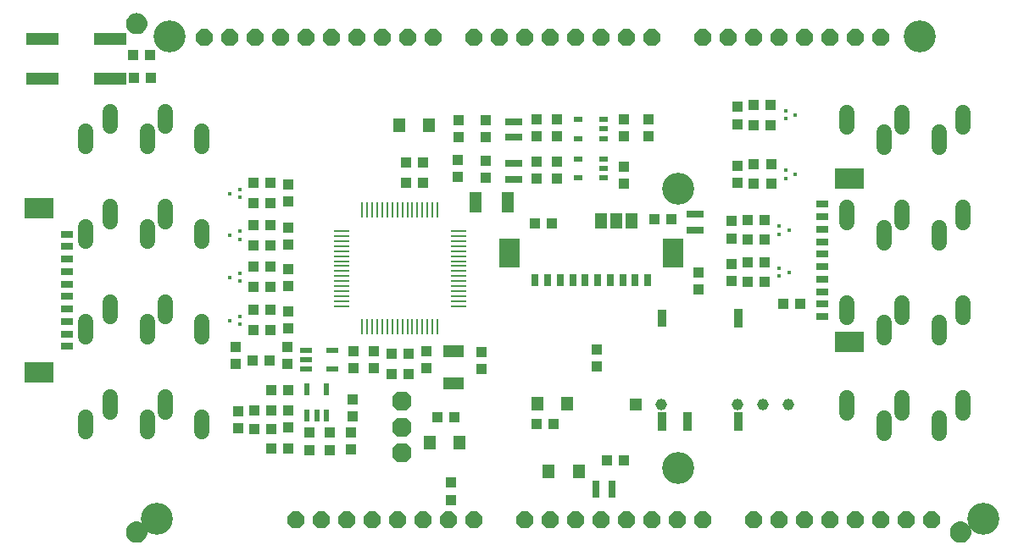
<source format=gbr>
G04 EAGLE Gerber RS-274X export*
G75*
%MOMM*%
%FSLAX34Y34*%
%LPD*%
%INSoldermask Top*%
%IPPOS*%
%AMOC8*
5,1,8,0,0,1.08239X$1,22.5*%
G01*
%ADD10C,3.200000*%
%ADD11R,1.800000X0.800000*%
%ADD12R,1.000000X1.100000*%
%ADD13R,2.000000X1.200000*%
%ADD14R,1.100000X1.000000*%
%ADD15R,1.500000X0.285000*%
%ADD16R,0.285000X1.500000*%
%ADD17R,1.200000X1.400000*%
%ADD18P,1.814519X8X22.500000*%
%ADD19P,2.089446X8X22.500000*%
%ADD20R,1.200000X2.000000*%
%ADD21R,1.200000X0.550000*%
%ADD22R,0.550000X1.200000*%
%ADD23R,0.952500X0.508000*%
%ADD24R,1.160000X1.160000*%
%ADD25C,1.160000*%
%ADD26R,0.800000X1.800000*%
%ADD27R,3.200000X1.200000*%
%ADD28R,1.168400X1.600200*%
%ADD29R,0.800000X1.300000*%
%ADD30R,2.100000X3.000000*%
%ADD31R,0.400000X0.400000*%
%ADD32R,0.965200X1.930400*%
%ADD33R,0.914400X1.778000*%
%ADD34R,1.300000X0.800000*%
%ADD35R,3.000000X2.100000*%
%ADD36C,1.500000*%

G36*
X122188Y511236D02*
X122188Y511236D01*
X122231Y511248D01*
X122297Y511255D01*
X123980Y511706D01*
X124021Y511725D01*
X124084Y511744D01*
X125664Y512481D01*
X125701Y512507D01*
X125760Y512536D01*
X127188Y513536D01*
X127219Y513568D01*
X127272Y513607D01*
X128505Y514840D01*
X128530Y514876D01*
X128576Y514924D01*
X129576Y516352D01*
X129594Y516393D01*
X129631Y516448D01*
X130368Y518028D01*
X130379Y518071D01*
X130406Y518132D01*
X130857Y519815D01*
X130859Y519847D01*
X130866Y519868D01*
X130866Y519883D01*
X130876Y519924D01*
X131028Y521661D01*
X131024Y521705D01*
X131028Y521771D01*
X130876Y523508D01*
X130864Y523551D01*
X130857Y523617D01*
X130406Y525300D01*
X130387Y525341D01*
X130368Y525404D01*
X129631Y526984D01*
X129605Y527021D01*
X129576Y527080D01*
X128576Y528508D01*
X128544Y528539D01*
X128505Y528592D01*
X127272Y529825D01*
X127236Y529850D01*
X127188Y529896D01*
X125760Y530896D01*
X125719Y530914D01*
X125664Y530951D01*
X124084Y531688D01*
X124041Y531699D01*
X123980Y531726D01*
X122297Y532177D01*
X122252Y532180D01*
X122188Y532196D01*
X120451Y532348D01*
X120407Y532344D01*
X120341Y532348D01*
X118604Y532196D01*
X118561Y532184D01*
X118495Y532177D01*
X116812Y531726D01*
X116771Y531707D01*
X116708Y531688D01*
X115128Y530951D01*
X115091Y530925D01*
X115032Y530896D01*
X113604Y529896D01*
X113573Y529864D01*
X113520Y529825D01*
X112287Y528592D01*
X112262Y528556D01*
X112216Y528508D01*
X111216Y527080D01*
X111198Y527039D01*
X111161Y526984D01*
X110424Y525404D01*
X110413Y525361D01*
X110386Y525300D01*
X109935Y523617D01*
X109932Y523572D01*
X109916Y523508D01*
X109764Y521771D01*
X109768Y521727D01*
X109764Y521661D01*
X109916Y519924D01*
X109928Y519881D01*
X109932Y519847D01*
X109932Y519831D01*
X109934Y519826D01*
X109935Y519815D01*
X110386Y518132D01*
X110405Y518091D01*
X110424Y518028D01*
X111161Y516448D01*
X111187Y516411D01*
X111216Y516352D01*
X112216Y514924D01*
X112248Y514893D01*
X112287Y514840D01*
X113520Y513607D01*
X113556Y513582D01*
X113604Y513536D01*
X115032Y512536D01*
X115073Y512518D01*
X115128Y512481D01*
X116708Y511744D01*
X116751Y511733D01*
X116812Y511706D01*
X118495Y511255D01*
X118540Y511252D01*
X118604Y511236D01*
X120341Y511084D01*
X120385Y511088D01*
X120451Y511084D01*
X122188Y511236D01*
G37*
G36*
X122188Y2474D02*
X122188Y2474D01*
X122231Y2486D01*
X122297Y2493D01*
X123980Y2944D01*
X124021Y2963D01*
X124084Y2982D01*
X125664Y3719D01*
X125701Y3745D01*
X125760Y3774D01*
X127188Y4774D01*
X127219Y4806D01*
X127272Y4845D01*
X128505Y6078D01*
X128530Y6114D01*
X128576Y6162D01*
X129576Y7590D01*
X129594Y7631D01*
X129631Y7686D01*
X130368Y9266D01*
X130379Y9309D01*
X130406Y9370D01*
X130857Y11053D01*
X130859Y11085D01*
X130866Y11106D01*
X130866Y11121D01*
X130876Y11162D01*
X131028Y12899D01*
X131024Y12943D01*
X131028Y13009D01*
X130876Y14746D01*
X130864Y14789D01*
X130857Y14855D01*
X130406Y16538D01*
X130387Y16579D01*
X130368Y16642D01*
X129631Y18222D01*
X129605Y18259D01*
X129576Y18318D01*
X128576Y19746D01*
X128544Y19777D01*
X128505Y19830D01*
X127272Y21063D01*
X127236Y21088D01*
X127188Y21134D01*
X125760Y22134D01*
X125719Y22152D01*
X125664Y22189D01*
X124084Y22926D01*
X124041Y22937D01*
X123980Y22964D01*
X122297Y23415D01*
X122252Y23418D01*
X122188Y23434D01*
X120451Y23586D01*
X120407Y23582D01*
X120341Y23586D01*
X118604Y23434D01*
X118561Y23422D01*
X118495Y23415D01*
X116812Y22964D01*
X116771Y22945D01*
X116708Y22926D01*
X115128Y22189D01*
X115091Y22163D01*
X115032Y22134D01*
X113604Y21134D01*
X113573Y21102D01*
X113520Y21063D01*
X112287Y19830D01*
X112262Y19794D01*
X112216Y19746D01*
X111216Y18318D01*
X111198Y18277D01*
X111161Y18222D01*
X110424Y16642D01*
X110413Y16599D01*
X110386Y16538D01*
X109935Y14855D01*
X109932Y14810D01*
X109916Y14746D01*
X109764Y13009D01*
X109768Y12965D01*
X109764Y12899D01*
X109916Y11162D01*
X109928Y11119D01*
X109932Y11085D01*
X109932Y11069D01*
X109934Y11064D01*
X109935Y11053D01*
X110386Y9370D01*
X110405Y9329D01*
X110424Y9266D01*
X111161Y7686D01*
X111187Y7649D01*
X111216Y7590D01*
X112216Y6162D01*
X112248Y6131D01*
X112287Y6078D01*
X113520Y4845D01*
X113556Y4820D01*
X113604Y4774D01*
X115032Y3774D01*
X115073Y3756D01*
X115128Y3719D01*
X116708Y2982D01*
X116751Y2971D01*
X116812Y2944D01*
X118495Y2493D01*
X118540Y2490D01*
X118604Y2474D01*
X120341Y2322D01*
X120385Y2326D01*
X120451Y2322D01*
X122188Y2474D01*
G37*
G36*
X945148Y2474D02*
X945148Y2474D01*
X945191Y2486D01*
X945257Y2493D01*
X946940Y2944D01*
X946981Y2963D01*
X947044Y2982D01*
X948624Y3719D01*
X948661Y3745D01*
X948720Y3774D01*
X950148Y4774D01*
X950179Y4806D01*
X950232Y4845D01*
X951465Y6078D01*
X951490Y6114D01*
X951536Y6162D01*
X952536Y7590D01*
X952554Y7631D01*
X952591Y7686D01*
X953328Y9266D01*
X953339Y9309D01*
X953366Y9370D01*
X953817Y11053D01*
X953819Y11085D01*
X953826Y11106D01*
X953826Y11121D01*
X953836Y11162D01*
X953988Y12899D01*
X953984Y12943D01*
X953988Y13009D01*
X953836Y14746D01*
X953824Y14789D01*
X953817Y14855D01*
X953366Y16538D01*
X953347Y16579D01*
X953328Y16642D01*
X952591Y18222D01*
X952565Y18259D01*
X952536Y18318D01*
X951536Y19746D01*
X951504Y19777D01*
X951465Y19830D01*
X950232Y21063D01*
X950196Y21088D01*
X950148Y21134D01*
X948720Y22134D01*
X948679Y22152D01*
X948624Y22189D01*
X947044Y22926D01*
X947001Y22937D01*
X946940Y22964D01*
X945257Y23415D01*
X945212Y23418D01*
X945148Y23434D01*
X943411Y23586D01*
X943367Y23582D01*
X943301Y23586D01*
X941564Y23434D01*
X941521Y23422D01*
X941455Y23415D01*
X939772Y22964D01*
X939731Y22945D01*
X939668Y22926D01*
X938088Y22189D01*
X938051Y22163D01*
X937992Y22134D01*
X936564Y21134D01*
X936533Y21102D01*
X936480Y21063D01*
X935247Y19830D01*
X935222Y19794D01*
X935176Y19746D01*
X934176Y18318D01*
X934158Y18277D01*
X934121Y18222D01*
X933384Y16642D01*
X933373Y16599D01*
X933346Y16538D01*
X932895Y14855D01*
X932892Y14810D01*
X932876Y14746D01*
X932724Y13009D01*
X932728Y12965D01*
X932724Y12899D01*
X932876Y11162D01*
X932888Y11119D01*
X932892Y11085D01*
X932892Y11069D01*
X932894Y11064D01*
X932895Y11053D01*
X933346Y9370D01*
X933365Y9329D01*
X933384Y9266D01*
X934121Y7686D01*
X934147Y7649D01*
X934176Y7590D01*
X935176Y6162D01*
X935208Y6131D01*
X935247Y6078D01*
X936480Y4845D01*
X936516Y4820D01*
X936564Y4774D01*
X937992Y3774D01*
X938033Y3756D01*
X938088Y3719D01*
X939668Y2982D01*
X939711Y2971D01*
X939772Y2944D01*
X941455Y2493D01*
X941500Y2490D01*
X941564Y2474D01*
X943301Y2322D01*
X943345Y2326D01*
X943411Y2322D01*
X945148Y2474D01*
G37*
D10*
X966470Y26670D03*
X153670Y509270D03*
X902970Y509270D03*
X140970Y26670D03*
X661670Y356870D03*
X661670Y77470D03*
D11*
X496824Y365888D03*
X496824Y381888D03*
D12*
X540512Y366912D03*
X540512Y383912D03*
X520192Y366912D03*
X520192Y383912D03*
X468884Y367674D03*
X468884Y384674D03*
D13*
X437134Y193546D03*
X437134Y161546D03*
D12*
X464820Y193158D03*
X464820Y176158D03*
D14*
X389518Y382524D03*
X406518Y382524D03*
X389264Y362204D03*
X406264Y362204D03*
D12*
X409509Y193605D03*
X409509Y176605D03*
D14*
X374997Y170713D03*
X391997Y170713D03*
X375177Y191483D03*
X392177Y191483D03*
D11*
X497078Y407798D03*
X497078Y423798D03*
D12*
X540512Y408822D03*
X540512Y425822D03*
X520192Y408822D03*
X520192Y425822D03*
X469138Y408314D03*
X469138Y425314D03*
D11*
X678434Y314834D03*
X678434Y330834D03*
D12*
X681482Y272660D03*
X681482Y255660D03*
D15*
X324786Y314106D03*
X324786Y309106D03*
X324786Y304106D03*
X324786Y299106D03*
X324786Y294106D03*
X324786Y289106D03*
X324786Y284106D03*
X324786Y279106D03*
X324786Y274106D03*
X324786Y269106D03*
X324786Y264106D03*
X324786Y259106D03*
X324786Y254106D03*
X324786Y249106D03*
X324786Y244106D03*
X324786Y239106D03*
D16*
X345786Y218106D03*
X350786Y218106D03*
X355786Y218106D03*
X360786Y218106D03*
X365786Y218106D03*
X370786Y218106D03*
X375786Y218106D03*
X380786Y218106D03*
X385786Y218106D03*
X390786Y218106D03*
X395786Y218106D03*
X400786Y218106D03*
X405786Y218106D03*
X410786Y218106D03*
X415786Y218106D03*
X420786Y218106D03*
D15*
X441786Y239106D03*
X441786Y244106D03*
X441786Y249106D03*
X441786Y254106D03*
X441786Y259106D03*
X441786Y264106D03*
X441786Y269106D03*
X441786Y274106D03*
X441786Y279106D03*
X441786Y284106D03*
X441786Y289106D03*
X441786Y294106D03*
X441786Y299106D03*
X441786Y304106D03*
X441786Y309106D03*
X441786Y314106D03*
D16*
X420786Y335106D03*
X415786Y335106D03*
X410786Y335106D03*
X405786Y335106D03*
X400786Y335106D03*
X395786Y335106D03*
X390786Y335106D03*
X385786Y335106D03*
X380786Y335106D03*
X375786Y335106D03*
X370786Y335106D03*
X365786Y335106D03*
X360786Y335106D03*
X355786Y335106D03*
X350786Y335106D03*
X345786Y335106D03*
D12*
X441452Y368436D03*
X441452Y385436D03*
X271526Y217052D03*
X271526Y234052D03*
X271526Y258962D03*
X271526Y275962D03*
D14*
X237372Y299974D03*
X254372Y299974D03*
D12*
X271526Y300872D03*
X271526Y317872D03*
D14*
X237372Y320294D03*
X254372Y320294D03*
X237372Y341884D03*
X254372Y341884D03*
D12*
X271526Y344052D03*
X271526Y361052D03*
D14*
X237372Y362458D03*
X254372Y362458D03*
X753736Y439928D03*
X736736Y439928D03*
D12*
X720598Y438268D03*
X720598Y421268D03*
D14*
X753736Y419862D03*
X736736Y419862D03*
X753990Y381254D03*
X736990Y381254D03*
D12*
X720598Y379594D03*
X720598Y362594D03*
D14*
X753990Y361950D03*
X736990Y361950D03*
X747640Y325374D03*
X730640Y325374D03*
D12*
X714248Y323968D03*
X714248Y306968D03*
D14*
X747640Y305816D03*
X730640Y305816D03*
X747640Y283210D03*
X730640Y283210D03*
D12*
X714248Y281296D03*
X714248Y264296D03*
D14*
X747640Y263144D03*
X730640Y263144D03*
X437760Y127508D03*
X420760Y127508D03*
D17*
X413244Y102870D03*
X443244Y102870D03*
D12*
X337058Y194041D03*
X337058Y177041D03*
X334264Y112386D03*
X334264Y95386D03*
X293116Y112259D03*
X293116Y95259D03*
X312928Y112259D03*
X312928Y95259D03*
X441706Y408060D03*
X441706Y425060D03*
D17*
X412764Y419862D03*
X382764Y419862D03*
D18*
X457200Y508000D03*
X482600Y508000D03*
X508000Y508000D03*
X533400Y508000D03*
X558800Y508000D03*
X584200Y508000D03*
X609600Y508000D03*
X635000Y508000D03*
X685800Y508000D03*
X711200Y508000D03*
X736600Y508000D03*
X762000Y508000D03*
X787400Y508000D03*
X812800Y508000D03*
X838200Y508000D03*
X863600Y508000D03*
X736600Y25400D03*
X762000Y25400D03*
X787400Y25400D03*
X812800Y25400D03*
X838200Y25400D03*
X863600Y25400D03*
X889000Y25400D03*
X914400Y25400D03*
X508000Y25400D03*
X533400Y25400D03*
X558800Y25400D03*
X584200Y25400D03*
X609600Y25400D03*
X635000Y25400D03*
X660400Y25400D03*
X685800Y25400D03*
X187960Y508000D03*
X213360Y508000D03*
X238760Y508000D03*
X264160Y508000D03*
X289560Y508000D03*
X314960Y508000D03*
X340360Y508000D03*
X365760Y508000D03*
X391160Y508000D03*
X416560Y508000D03*
X279400Y25400D03*
X304800Y25400D03*
X330200Y25400D03*
X355600Y25400D03*
X381000Y25400D03*
X406400Y25400D03*
X431800Y25400D03*
X457200Y25400D03*
D19*
X385318Y117928D03*
D14*
X237372Y278384D03*
X254372Y278384D03*
X237372Y258064D03*
X254372Y258064D03*
X237372Y235204D03*
X254372Y235204D03*
X237372Y214884D03*
X254372Y214884D03*
D19*
X385318Y91948D03*
D20*
X490726Y342646D03*
X458726Y342646D03*
D12*
X631698Y408822D03*
X631698Y425822D03*
X607060Y408822D03*
X607060Y425822D03*
X607060Y361578D03*
X607060Y378578D03*
D21*
X289767Y194920D03*
X289767Y185420D03*
X289767Y175920D03*
X315769Y175920D03*
X315769Y194920D03*
D22*
X290728Y129747D03*
X300228Y129747D03*
X309728Y129747D03*
X309728Y155749D03*
X290728Y155749D03*
D19*
X385318Y143909D03*
D23*
X586809Y406758D03*
X586809Y416258D03*
X586809Y425758D03*
X561282Y425758D03*
X561282Y406758D03*
X586936Y367195D03*
X586936Y376695D03*
X586936Y386195D03*
X561409Y386195D03*
X561409Y367195D03*
D14*
X654475Y325681D03*
X637475Y325681D03*
D24*
X618564Y140379D03*
D25*
X643964Y140379D03*
X720164Y140379D03*
X745564Y140379D03*
X770964Y140379D03*
D12*
X434160Y62361D03*
X434160Y45361D03*
D14*
X590371Y84910D03*
X607371Y84910D03*
D12*
X580210Y195505D03*
X580210Y178505D03*
D26*
X579210Y55903D03*
X595210Y55903D03*
D14*
X536627Y120830D03*
X519627Y120830D03*
D17*
X520602Y141224D03*
X550602Y141224D03*
X561948Y74026D03*
X531948Y74026D03*
D14*
X517999Y321473D03*
X534999Y321473D03*
D27*
X26119Y506623D03*
X94119Y506623D03*
X94119Y466623D03*
X26119Y466623D03*
D14*
X117189Y490355D03*
X134189Y490355D03*
D28*
X583951Y324406D03*
X599191Y324406D03*
X614431Y324406D03*
D29*
X630923Y264970D03*
X618423Y264970D03*
X605923Y264970D03*
X593423Y264970D03*
X580923Y264970D03*
X568423Y264970D03*
X555923Y264970D03*
X543423Y264970D03*
X530923Y264970D03*
X518423Y264970D03*
D30*
X656423Y292470D03*
X492923Y292470D03*
D14*
X254639Y115720D03*
X237639Y115720D03*
X254639Y135110D03*
X237639Y135110D03*
X253369Y185067D03*
X236369Y185067D03*
D12*
X271087Y180971D03*
X271087Y197971D03*
D14*
X254631Y154953D03*
X271631Y154953D03*
X254631Y96192D03*
X271631Y96192D03*
D12*
X221582Y133989D03*
X221582Y116989D03*
X219448Y180971D03*
X219448Y197971D03*
X271859Y117471D03*
X271859Y134471D03*
D31*
X213407Y224793D03*
X223407Y220793D03*
X223407Y228793D03*
X213407Y267973D03*
X223407Y263973D03*
X223407Y271973D03*
X213407Y309883D03*
X223407Y305883D03*
X223407Y313883D03*
X213407Y351793D03*
X223407Y347793D03*
X223407Y355793D03*
X778463Y430527D03*
X768463Y434527D03*
X768463Y426527D03*
X778463Y370837D03*
X768463Y374837D03*
X768463Y366837D03*
X772113Y314957D03*
X762113Y318957D03*
X762113Y310957D03*
X772113Y273047D03*
X762113Y277047D03*
X762113Y269047D03*
D12*
X336243Y145419D03*
X336243Y128419D03*
X357518Y177041D03*
X357518Y194041D03*
D14*
X117471Y467302D03*
X134471Y467302D03*
D32*
X644906Y123444D03*
X670306Y123444D03*
X721106Y123444D03*
X721106Y227076D03*
D33*
X644906Y227076D03*
D34*
X805180Y228600D03*
X805180Y241100D03*
X805180Y253600D03*
X805180Y266100D03*
X805180Y278600D03*
X805180Y291100D03*
X805180Y303600D03*
X805180Y316100D03*
X805180Y328600D03*
X805180Y341100D03*
D35*
X832680Y203100D03*
X832680Y366600D03*
D14*
X783200Y241300D03*
X766200Y241300D03*
D34*
X50800Y311150D03*
X50800Y298650D03*
X50800Y286150D03*
X50800Y273650D03*
X50800Y261150D03*
X50800Y248650D03*
X50800Y236150D03*
X50800Y223650D03*
X50800Y211150D03*
X50800Y198650D03*
D35*
X23300Y336650D03*
X23300Y173150D03*
D36*
X69850Y128150D02*
X69850Y113150D01*
X93850Y133150D02*
X93850Y148150D01*
X130850Y128150D02*
X130850Y113150D01*
X148850Y133150D02*
X148850Y148150D01*
X185850Y128150D02*
X185850Y113150D01*
X69850Y208400D02*
X69850Y223400D01*
X93850Y228400D02*
X93850Y243400D01*
X130850Y223400D02*
X130850Y208400D01*
X148850Y228400D02*
X148850Y243400D01*
X185850Y223400D02*
X185850Y208400D01*
X69850Y303650D02*
X69850Y318650D01*
X93850Y323650D02*
X93850Y338650D01*
X130850Y318650D02*
X130850Y303650D01*
X148850Y323650D02*
X148850Y338650D01*
X185850Y318650D02*
X185850Y303650D01*
X69850Y398900D02*
X69850Y413900D01*
X93850Y418900D02*
X93850Y433900D01*
X130850Y413900D02*
X130850Y398900D01*
X148850Y418900D02*
X148850Y433900D01*
X185850Y413900D02*
X185850Y398900D01*
X946150Y417950D02*
X946150Y432950D01*
X922150Y412950D02*
X922150Y397950D01*
X885150Y417950D02*
X885150Y432950D01*
X867150Y412950D02*
X867150Y397950D01*
X830150Y417950D02*
X830150Y432950D01*
X946150Y337700D02*
X946150Y322700D01*
X922150Y317700D02*
X922150Y302700D01*
X885150Y322700D02*
X885150Y337700D01*
X867150Y317700D02*
X867150Y302700D01*
X830150Y322700D02*
X830150Y337700D01*
X946150Y242450D02*
X946150Y227450D01*
X922150Y222450D02*
X922150Y207450D01*
X885150Y227450D02*
X885150Y242450D01*
X867150Y222450D02*
X867150Y207450D01*
X830150Y227450D02*
X830150Y242450D01*
X946150Y147200D02*
X946150Y132200D01*
X922150Y127200D02*
X922150Y112200D01*
X885150Y132200D02*
X885150Y147200D01*
X867150Y127200D02*
X867150Y112200D01*
X830150Y132200D02*
X830150Y147200D01*
M02*

</source>
